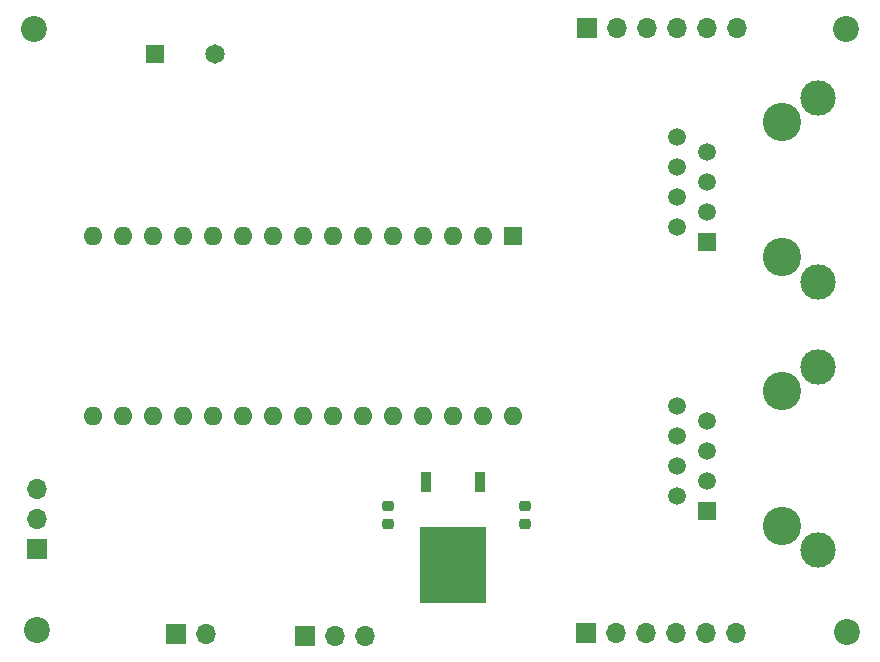
<source format=gbr>
%TF.GenerationSoftware,KiCad,Pcbnew,6.0.7-f9a2dced07~116~ubuntu22.04.1*%
%TF.CreationDate,2022-09-19T14:52:12-04:00*%
%TF.ProjectId,Main_Controller_PCB V0.1,4d61696e-5f43-46f6-9e74-726f6c6c6572,rev?*%
%TF.SameCoordinates,Original*%
%TF.FileFunction,Soldermask,Top*%
%TF.FilePolarity,Negative*%
%FSLAX46Y46*%
G04 Gerber Fmt 4.6, Leading zero omitted, Abs format (unit mm)*
G04 Created by KiCad (PCBNEW 6.0.7-f9a2dced07~116~ubuntu22.04.1) date 2022-09-19 14:52:12*
%MOMM*%
%LPD*%
G01*
G04 APERTURE LIST*
G04 Aperture macros list*
%AMRoundRect*
0 Rectangle with rounded corners*
0 $1 Rounding radius*
0 $2 $3 $4 $5 $6 $7 $8 $9 X,Y pos of 4 corners*
0 Add a 4 corners polygon primitive as box body*
4,1,4,$2,$3,$4,$5,$6,$7,$8,$9,$2,$3,0*
0 Add four circle primitives for the rounded corners*
1,1,$1+$1,$2,$3*
1,1,$1+$1,$4,$5*
1,1,$1+$1,$6,$7*
1,1,$1+$1,$8,$9*
0 Add four rect primitives between the rounded corners*
20,1,$1+$1,$2,$3,$4,$5,0*
20,1,$1+$1,$4,$5,$6,$7,0*
20,1,$1+$1,$6,$7,$8,$9,0*
20,1,$1+$1,$8,$9,$2,$3,0*%
G04 Aperture macros list end*
%ADD10R,1.700000X1.700000*%
%ADD11O,1.700000X1.700000*%
%ADD12RoundRect,0.225000X-0.250000X0.225000X-0.250000X-0.225000X0.250000X-0.225000X0.250000X0.225000X0*%
%ADD13C,2.200000*%
%ADD14C,3.250000*%
%ADD15R,1.500000X1.500000*%
%ADD16C,1.500000*%
%ADD17C,3.000000*%
%ADD18R,0.960000X1.730000*%
%ADD19R,5.630000X6.490000*%
%ADD20R,1.600000X1.600000*%
%ADD21O,1.600000X1.600000*%
%ADD22R,1.650000X1.650000*%
%ADD23C,1.650000*%
G04 APERTURE END LIST*
D10*
%TO.C,J2*%
X171850000Y-123800000D03*
D11*
X174390000Y-123800000D03*
X176930000Y-123800000D03*
X179470000Y-123800000D03*
X182010000Y-123800000D03*
X184550000Y-123800000D03*
%TD*%
D12*
%TO.C,C1*%
X166650000Y-113000000D03*
X166650000Y-114550000D03*
%TD*%
D13*
%TO.C,H3*%
X193900000Y-123700000D03*
%TD*%
D10*
%TO.C,J1*%
X171950000Y-72550000D03*
D11*
X174490000Y-72550000D03*
X177030000Y-72550000D03*
X179570000Y-72550000D03*
X182110000Y-72550000D03*
X184650000Y-72550000D03*
%TD*%
D13*
%TO.C,H4*%
X125100000Y-72600000D03*
%TD*%
D14*
%TO.C,J7*%
X188395000Y-103285000D03*
X188395000Y-114715000D03*
D15*
X182045000Y-113445000D03*
D16*
X179505000Y-112175000D03*
X182045000Y-110905000D03*
X179505000Y-109635000D03*
X182045000Y-108365000D03*
X179505000Y-107095000D03*
X182045000Y-105825000D03*
X179505000Y-104555000D03*
D17*
X191445000Y-101230000D03*
X191445000Y-116770000D03*
%TD*%
D18*
%TO.C,VR1*%
X162885000Y-110980000D03*
X158315000Y-110980000D03*
D19*
X160600000Y-118000000D03*
%TD*%
D10*
%TO.C,J5*%
X137110000Y-123900000D03*
D11*
X139650000Y-123900000D03*
%TD*%
D14*
%TO.C,J8*%
X188395000Y-80535000D03*
X188395000Y-91965000D03*
D15*
X182045000Y-90695000D03*
D16*
X179505000Y-89425000D03*
X182045000Y-88155000D03*
X179505000Y-86885000D03*
X182045000Y-85615000D03*
X179505000Y-84345000D03*
X182045000Y-83075000D03*
X179505000Y-81805000D03*
D17*
X191445000Y-78480000D03*
X191445000Y-94020000D03*
%TD*%
D10*
%TO.C,J4*%
X148025000Y-124050000D03*
D11*
X150565000Y-124050000D03*
X153105000Y-124050000D03*
%TD*%
D20*
%TO.C,A1*%
X165650000Y-90140000D03*
D21*
X163110000Y-90140000D03*
X160570000Y-90140000D03*
X158030000Y-90140000D03*
X155490000Y-90140000D03*
X152950000Y-90140000D03*
X150410000Y-90140000D03*
X147870000Y-90140000D03*
X145330000Y-90140000D03*
X142790000Y-90140000D03*
X140250000Y-90140000D03*
X137710000Y-90140000D03*
X135170000Y-90140000D03*
X132630000Y-90140000D03*
X130090000Y-90140000D03*
X130090000Y-105380000D03*
X132630000Y-105380000D03*
X135170000Y-105380000D03*
X137710000Y-105380000D03*
X140250000Y-105380000D03*
X142790000Y-105380000D03*
X145330000Y-105380000D03*
X147870000Y-105380000D03*
X150410000Y-105380000D03*
X152950000Y-105380000D03*
X155490000Y-105380000D03*
X158030000Y-105380000D03*
X160570000Y-105380000D03*
X163110000Y-105380000D03*
X165650000Y-105380000D03*
%TD*%
D10*
%TO.C,J3*%
X125350000Y-116675000D03*
D11*
X125350000Y-114135000D03*
X125350000Y-111595000D03*
%TD*%
D22*
%TO.C,J6*%
X135310000Y-74750000D03*
D23*
X140390000Y-74750000D03*
%TD*%
D13*
%TO.C,H1*%
X193850000Y-72600000D03*
%TD*%
D12*
%TO.C,C2*%
X155050000Y-113000000D03*
X155050000Y-114550000D03*
%TD*%
D13*
%TO.C,H2*%
X125350000Y-123550000D03*
%TD*%
M02*

</source>
